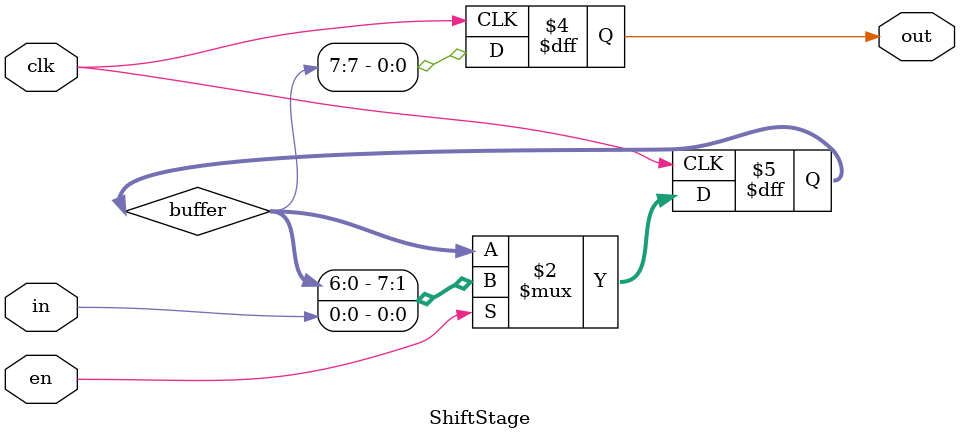
<source format=sv>
module CascadedShifter #(parameter STAGES=3, WIDTH=8) (
    input clk, en,
    input serial_in,
    output serial_out
);
wire [STAGES:0] stage_wires;
assign stage_wires[0] = serial_in;
genvar i;
generate
    for(i=0; i<STAGES; i=i+1) begin
        ShiftStage #(.WIDTH(WIDTH)) stage(
            .clk(clk),
            .en(en),
            .in(stage_wires[i]),
            .out(stage_wires[i+1])
        );
    end
endgenerate
assign serial_out = stage_wires[STAGES];
endmodule

module ShiftStage #(parameter WIDTH=8) (
    input clk, en, in,
    output reg out
);
reg [WIDTH-1:0] buffer;
always @(posedge clk) begin
    if (en) buffer <= {buffer[WIDTH-2:0], in};
    out <= buffer[WIDTH-1];
end
endmodule
</source>
